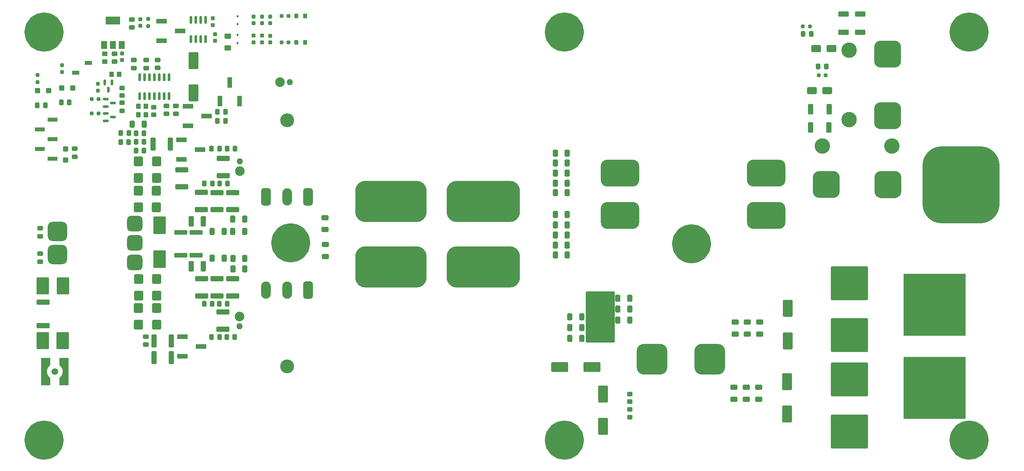
<source format=gts>
%TF.GenerationSoftware,KiCad,Pcbnew,8.0.4*%
%TF.CreationDate,2024-09-14T13:16:13+09:30*%
%TF.ProjectId,Forte_PA_Deck,466f7274-655f-4504-915f-4465636b2e6b,1.0*%
%TF.SameCoordinates,Original*%
%TF.FileFunction,Soldermask,Top*%
%TF.FilePolarity,Negative*%
%FSLAX46Y46*%
G04 Gerber Fmt 4.6, Leading zero omitted, Abs format (unit mm)*
G04 Created by KiCad (PCBNEW 8.0.4) date 2024-09-14 13:16:13*
%MOMM*%
%LPD*%
G01*
G04 APERTURE LIST*
G04 Aperture macros list*
%AMRoundRect*
0 Rectangle with rounded corners*
0 $1 Rounding radius*
0 $2 $3 $4 $5 $6 $7 $8 $9 X,Y pos of 4 corners*
0 Add a 4 corners polygon primitive as box body*
4,1,4,$2,$3,$4,$5,$6,$7,$8,$9,$2,$3,0*
0 Add four circle primitives for the rounded corners*
1,1,$1+$1,$2,$3*
1,1,$1+$1,$4,$5*
1,1,$1+$1,$6,$7*
1,1,$1+$1,$8,$9*
0 Add four rect primitives between the rounded corners*
20,1,$1+$1,$2,$3,$4,$5,0*
20,1,$1+$1,$4,$5,$6,$7,0*
20,1,$1+$1,$6,$7,$8,$9,0*
20,1,$1+$1,$8,$9,$2,$3,0*%
%AMFreePoly0*
4,1,25,-1.500000,1.420000,-1.360000,1.280000,-1.205000,1.155000,-1.035000,1.045000,-0.860000,0.950000,-0.675000,0.875000,-0.480000,0.820000,-0.280000,0.780000,-0.085000,0.765000,0.085000,0.765000,0.280000,0.780000,0.480000,0.820000,0.675000,0.875000,0.860000,0.950000,1.035000,1.045000,1.205000,1.155000,1.360000,1.280000,1.500000,1.420000,1.645000,1.595000,3.555000,1.595000,
3.555000,-0.755000,-3.555000,-0.755000,-3.555000,1.595000,-1.645000,1.595000,-1.500000,1.420000,-1.500000,1.420000,$1*%
G04 Aperture macros list end*
%ADD10C,5.100000*%
%ADD11C,0.500000*%
%ADD12C,5.075000*%
%ADD13C,0.120000*%
%ADD14RoundRect,0.250000X0.900000X-1.000000X0.900000X1.000000X-0.900000X1.000000X-0.900000X-1.000000X0*%
%ADD15RoundRect,0.250000X-0.337500X-0.475000X0.337500X-0.475000X0.337500X0.475000X-0.337500X0.475000X0*%
%ADD16RoundRect,0.112500X-0.112500X0.187500X-0.112500X-0.187500X0.112500X-0.187500X0.112500X0.187500X0*%
%ADD17RoundRect,0.250000X0.337500X0.475000X-0.337500X0.475000X-0.337500X-0.475000X0.337500X-0.475000X0*%
%ADD18RoundRect,0.250000X-0.650000X0.412500X-0.650000X-0.412500X0.650000X-0.412500X0.650000X0.412500X0*%
%ADD19C,4.000000*%
%ADD20R,2.510000X1.000000*%
%ADD21R,2.790000X1.190000*%
%ADD22RoundRect,0.237500X-0.237500X0.300000X-0.237500X-0.300000X0.237500X-0.300000X0.237500X0.300000X0*%
%ADD23RoundRect,1.750000X-1.750000X-1.750000X1.750000X-1.750000X1.750000X1.750000X-1.750000X1.750000X0*%
%ADD24RoundRect,0.250000X-0.450000X0.350000X-0.450000X-0.350000X0.450000X-0.350000X0.450000X0.350000X0*%
%ADD25RoundRect,0.249999X0.450001X1.075001X-0.450001X1.075001X-0.450001X-1.075001X0.450001X-1.075001X0*%
%ADD26RoundRect,0.249999X1.425001X-0.450001X1.425001X0.450001X-1.425001X0.450001X-1.425001X-0.450001X0*%
%ADD27RoundRect,0.250000X1.950000X1.000000X-1.950000X1.000000X-1.950000X-1.000000X1.950000X-1.000000X0*%
%ADD28RoundRect,0.237500X-0.250000X-0.237500X0.250000X-0.237500X0.250000X0.237500X-0.250000X0.237500X0*%
%ADD29RoundRect,0.250000X-1.000000X1.950000X-1.000000X-1.950000X1.000000X-1.950000X1.000000X1.950000X0*%
%ADD30RoundRect,0.250000X-0.475000X0.337500X-0.475000X-0.337500X0.475000X-0.337500X0.475000X0.337500X0*%
%ADD31RoundRect,0.250000X0.400000X0.450000X-0.400000X0.450000X-0.400000X-0.450000X0.400000X-0.450000X0*%
%ADD32RoundRect,0.250000X-0.412500X-0.650000X0.412500X-0.650000X0.412500X0.650000X-0.412500X0.650000X0*%
%ADD33RoundRect,0.250000X-1.450000X0.400000X-1.450000X-0.400000X1.450000X-0.400000X1.450000X0.400000X0*%
%ADD34RoundRect,0.150000X0.150000X-0.825000X0.150000X0.825000X-0.150000X0.825000X-0.150000X-0.825000X0*%
%ADD35R,1.190000X2.790000*%
%ADD36RoundRect,0.250000X0.625000X-0.400000X0.625000X0.400000X-0.625000X0.400000X-0.625000X-0.400000X0*%
%ADD37RoundRect,0.250000X-1.000000X-0.650000X1.000000X-0.650000X1.000000X0.650000X-1.000000X0.650000X0*%
%ADD38C,2.500000*%
%ADD39O,1.600000X1.600000*%
%ADD40RoundRect,0.250000X-1.350000X-1.975000X1.350000X-1.975000X1.350000X1.975000X-1.350000X1.975000X0*%
%ADD41RoundRect,0.250000X1.450000X-0.400000X1.450000X0.400000X-1.450000X0.400000X-1.450000X-0.400000X0*%
%ADD42R,1.500000X2.000000*%
%ADD43R,3.800000X2.000000*%
%ADD44RoundRect,0.250000X1.400000X2.000000X-1.400000X2.000000X-1.400000X-2.000000X1.400000X-2.000000X0*%
%ADD45RoundRect,0.150000X-0.150000X0.587500X-0.150000X-0.587500X0.150000X-0.587500X0.150000X0.587500X0*%
%ADD46O,3.600000X3.600000*%
%ADD47RoundRect,0.625000X0.625000X1.625000X-0.625000X1.625000X-0.625000X-1.625000X0.625000X-1.625000X0*%
%ADD48O,2.500000X4.500000*%
%ADD49RoundRect,0.250000X-0.400000X-1.450000X0.400000X-1.450000X0.400000X1.450000X-0.400000X1.450000X0*%
%ADD50RoundRect,0.250000X-0.350000X-0.450000X0.350000X-0.450000X0.350000X0.450000X-0.350000X0.450000X0*%
%ADD51RoundRect,0.237500X0.237500X-0.300000X0.237500X0.300000X-0.237500X0.300000X-0.237500X-0.300000X0*%
%ADD52RoundRect,0.250000X0.650000X-0.412500X0.650000X0.412500X-0.650000X0.412500X-0.650000X-0.412500X0*%
%ADD53RoundRect,2.687500X-6.562500X2.687500X-6.562500X-2.687500X6.562500X-2.687500X6.562500X2.687500X0*%
%ADD54RoundRect,2.687500X-6.812500X2.687500X-6.812500X-2.687500X6.812500X-2.687500X6.812500X2.687500X0*%
%ADD55RoundRect,2.687500X6.562500X-2.687500X6.562500X2.687500X-6.562500X2.687500X-6.562500X-2.687500X0*%
%ADD56RoundRect,2.687500X6.812500X-2.687500X6.812500X2.687500X-6.812500X2.687500X-6.812500X-2.687500X0*%
%ADD57RoundRect,0.250000X0.412500X0.650000X-0.412500X0.650000X-0.412500X-0.650000X0.412500X-0.650000X0*%
%ADD58RoundRect,1.250000X-1.250000X-1.250000X1.250000X-1.250000X1.250000X1.250000X-1.250000X1.250000X0*%
%ADD59RoundRect,1.000000X-1.000000X-1.000000X1.000000X-1.000000X1.000000X1.000000X-1.000000X1.000000X0*%
%ADD60RoundRect,0.250000X-0.900000X1.000000X-0.900000X-1.000000X0.900000X-1.000000X0.900000X1.000000X0*%
%ADD61C,1.730000*%
%ADD62FreePoly0,270.000000*%
%ADD63FreePoly0,90.000000*%
%ADD64RoundRect,0.237500X0.250000X0.237500X-0.250000X0.237500X-0.250000X-0.237500X0.250000X-0.237500X0*%
%ADD65RoundRect,0.250000X1.000000X0.650000X-1.000000X0.650000X-1.000000X-0.650000X1.000000X-0.650000X0*%
%ADD66RoundRect,0.150000X-0.587500X-0.150000X0.587500X-0.150000X0.587500X0.150000X-0.587500X0.150000X0*%
%ADD67RoundRect,0.249999X-1.075001X0.450001X-1.075001X-0.450001X1.075001X-0.450001X1.075001X0.450001X0*%
%ADD68RoundRect,0.249999X4.550001X-4.150001X4.550001X4.150001X-4.550001X4.150001X-4.550001X-4.150001X0*%
%ADD69RoundRect,0.250000X0.475000X-0.337500X0.475000X0.337500X-0.475000X0.337500X-0.475000X-0.337500X0*%
%ADD70RoundRect,1.750000X-1.750000X1.750000X-1.750000X-1.750000X1.750000X-1.750000X1.750000X1.750000X0*%
%ADD71RoundRect,0.250000X0.275000X0.350000X-0.275000X0.350000X-0.275000X-0.350000X0.275000X-0.350000X0*%
%ADD72RoundRect,0.250000X-0.412500X-1.100000X0.412500X-1.100000X0.412500X1.100000X-0.412500X1.100000X0*%
%ADD73RoundRect,0.237500X-0.237500X0.250000X-0.237500X-0.250000X0.237500X-0.250000X0.237500X0.250000X0*%
%ADD74RoundRect,0.250000X1.000000X-1.950000X1.000000X1.950000X-1.000000X1.950000X-1.000000X-1.950000X0*%
%ADD75RoundRect,0.250000X0.400000X1.450000X-0.400000X1.450000X-0.400000X-1.450000X0.400000X-1.450000X0*%
%ADD76RoundRect,2.000000X2.000000X2.000000X-2.000000X2.000000X-2.000000X-2.000000X2.000000X-2.000000X0*%
%ADD77R,1.900000X1.000000*%
%ADD78RoundRect,0.250000X-1.425000X0.362500X-1.425000X-0.362500X1.425000X-0.362500X1.425000X0.362500X0*%
%ADD79RoundRect,0.250000X0.450000X-0.400000X0.450000X0.400000X-0.450000X0.400000X-0.450000X-0.400000X0*%
%ADD80RoundRect,0.625000X-0.625000X-1.625000X0.625000X-1.625000X0.625000X1.625000X-0.625000X1.625000X0*%
%ADD81RoundRect,0.250000X0.450000X-0.350000X0.450000X0.350000X-0.450000X0.350000X-0.450000X-0.350000X0*%
%ADD82RoundRect,1.500000X-1.500000X-2.000000X1.500000X-2.000000X1.500000X2.000000X-1.500000X2.000000X0*%
%ADD83RoundRect,5.000000X-5.000000X-5.000000X5.000000X-5.000000X5.000000X5.000000X-5.000000X5.000000X0*%
%ADD84RoundRect,0.112500X0.112500X-0.187500X0.112500X0.187500X-0.112500X0.187500X-0.112500X-0.187500X0*%
%ADD85RoundRect,0.250000X0.450000X-0.325000X0.450000X0.325000X-0.450000X0.325000X-0.450000X-0.325000X0*%
%ADD86RoundRect,0.249999X-4.550001X4.150001X-4.550001X-4.150001X4.550001X-4.150001X4.550001X4.150001X0*%
%ADD87RoundRect,1.750000X-3.250000X1.750000X-3.250000X-1.750000X3.250000X-1.750000X3.250000X1.750000X0*%
G04 APERTURE END LIST*
D10*
X33550000Y-147000000D02*
G75*
G02*
X28450000Y-147000000I-2550000J0D01*
G01*
X28450000Y-147000000D02*
G75*
G02*
X33550000Y-147000000I2550000J0D01*
G01*
X168550000Y-147000000D02*
G75*
G02*
X163450000Y-147000000I-2550000J0D01*
G01*
X163450000Y-147000000D02*
G75*
G02*
X168550000Y-147000000I2550000J0D01*
G01*
X273550000Y-41000000D02*
G75*
G02*
X268450000Y-41000000I-2550000J0D01*
G01*
X268450000Y-41000000D02*
G75*
G02*
X273550000Y-41000000I2550000J0D01*
G01*
X273550000Y-147000000D02*
G75*
G02*
X268450000Y-147000000I-2550000J0D01*
G01*
X268450000Y-147000000D02*
G75*
G02*
X273550000Y-147000000I2550000J0D01*
G01*
X33550000Y-41000000D02*
G75*
G02*
X28450000Y-41000000I-2550000J0D01*
G01*
X28450000Y-41000000D02*
G75*
G02*
X33550000Y-41000000I2550000J0D01*
G01*
X168550000Y-41000000D02*
G75*
G02*
X163450000Y-41000000I-2550000J0D01*
G01*
X163450000Y-41000000D02*
G75*
G02*
X168550000Y-41000000I2550000J0D01*
G01*
D11*
X171800000Y-108625000D02*
X178800000Y-108625000D01*
X178800000Y-121375000D01*
X171800000Y-121375000D01*
X171800000Y-108625000D01*
G36*
X171800000Y-108625000D02*
G01*
X178800000Y-108625000D01*
X178800000Y-121375000D01*
X171800000Y-121375000D01*
X171800000Y-108625000D01*
G37*
D12*
X97537500Y-95750000D02*
G75*
G02*
X92462500Y-95750000I-2537500J0D01*
G01*
X92462500Y-95750000D02*
G75*
G02*
X97537500Y-95750000I2537500J0D01*
G01*
X201537500Y-96000000D02*
G75*
G02*
X196462500Y-96000000I-2537500J0D01*
G01*
X196462500Y-96000000D02*
G75*
G02*
X201537500Y-96000000I2537500J0D01*
G01*
%TO.C,J3*%
D13*
X254000000Y-103800000D02*
X270000000Y-103800000D01*
X270000000Y-119800000D01*
X254000000Y-119800000D01*
X254000000Y-103800000D01*
G36*
X254000000Y-103800000D02*
G01*
X270000000Y-103800000D01*
X270000000Y-119800000D01*
X254000000Y-119800000D01*
X254000000Y-103800000D01*
G37*
%TO.C,J4*%
X254000000Y-125400000D02*
X270000000Y-125400000D01*
X270000000Y-141400000D01*
X254000000Y-141400000D01*
X254000000Y-125400000D01*
G36*
X254000000Y-125400000D02*
G01*
X270000000Y-125400000D01*
X270000000Y-141400000D01*
X254000000Y-141400000D01*
X254000000Y-125400000D01*
G37*
%TD*%
D14*
%TO.C,D7*%
X60150000Y-86500000D03*
X60150000Y-82200000D03*
%TD*%
D15*
%TO.C,R39*%
X78462500Y-71250000D03*
X80537500Y-71250000D03*
%TD*%
D16*
%TO.C,D16*%
X81229200Y-36872200D03*
X81229200Y-38972200D03*
%TD*%
D17*
%TO.C,C43*%
X230018500Y-41452800D03*
X227943500Y-41452800D03*
%TD*%
D18*
%TO.C,R6*%
X216450000Y-133287500D03*
X216450000Y-136412500D03*
%TD*%
D19*
%TO.C,J3*%
X256790000Y-106400000D03*
X256790000Y-117200000D03*
X262000000Y-106400000D03*
X262000000Y-117200000D03*
X267210000Y-106400000D03*
X267210000Y-117200000D03*
%TD*%
D20*
%TO.C,J5*%
X33200000Y-73870000D03*
X29890000Y-71330000D03*
X33200000Y-68790000D03*
X29890000Y-66250000D03*
X33200000Y-63710000D03*
%TD*%
D21*
%TO.C,RV5*%
X66870000Y-120160000D03*
X71700000Y-122700000D03*
X66870000Y-125240000D03*
%TD*%
D22*
%TO.C,C45*%
X75400000Y-41537500D03*
X75400000Y-43262500D03*
%TD*%
%TO.C,C51*%
X89662000Y-36959200D03*
X89662000Y-38684200D03*
%TD*%
D23*
%TO.C,L5*%
X249850000Y-62750000D03*
X249850000Y-46750000D03*
D19*
X239850000Y-45750000D03*
X239850000Y-63750000D03*
%TD*%
D24*
%TO.C,R34*%
X59475000Y-60500000D03*
X59475000Y-62500000D03*
%TD*%
D17*
%TO.C,C65*%
X52987500Y-67250000D03*
X50912500Y-67250000D03*
%TD*%
D25*
%TO.C,R21*%
X234650000Y-65750000D03*
X229850000Y-65750000D03*
%TD*%
D26*
%TO.C,R2*%
X30750000Y-117250000D03*
X30750000Y-111150000D03*
%TD*%
D27*
%TO.C,C10*%
X173150000Y-128000000D03*
X164750000Y-128000000D03*
%TD*%
D28*
%TO.C,R25*%
X92612200Y-36856500D03*
X94437200Y-36856500D03*
%TD*%
D29*
%TO.C,C53*%
X69800000Y-48400000D03*
X69800000Y-56800000D03*
%TD*%
D30*
%TO.C,C39*%
X49250000Y-46612500D03*
X49250000Y-48687500D03*
%TD*%
D31*
%TO.C,D12*%
X32200000Y-56250000D03*
X29300000Y-56250000D03*
%TD*%
D32*
%TO.C,C28*%
X163635000Y-77620000D03*
X166760000Y-77620000D03*
%TD*%
D33*
%TO.C,R41*%
X77450000Y-73825000D03*
X77450000Y-78275000D03*
%TD*%
D34*
%TO.C,U3*%
X55800000Y-57650000D03*
X57070000Y-57650000D03*
X58340000Y-57650000D03*
X59610000Y-57650000D03*
X60880000Y-57650000D03*
X62150000Y-57650000D03*
X63420000Y-57650000D03*
X63420000Y-52700000D03*
X62150000Y-52700000D03*
X60880000Y-52700000D03*
X59610000Y-52700000D03*
X58340000Y-52700000D03*
X57070000Y-52700000D03*
X55800000Y-52700000D03*
%TD*%
D15*
%TO.C,C61*%
X75962500Y-61750000D03*
X78037500Y-61750000D03*
%TD*%
D33*
%TO.C,R43*%
X75900000Y-82675000D03*
X75900000Y-87125000D03*
%TD*%
D32*
%TO.C,C20*%
X179882500Y-110100000D03*
X183007500Y-110100000D03*
%TD*%
D17*
%TO.C,C64*%
X52950000Y-69575000D03*
X50875000Y-69575000D03*
%TD*%
D31*
%TO.C,D13*%
X38450000Y-55500000D03*
X35550000Y-55500000D03*
%TD*%
D19*
%TO.C,J4*%
X256790000Y-128000000D03*
X256790000Y-138800000D03*
X262000000Y-128000000D03*
X262000000Y-138800000D03*
X267210000Y-128000000D03*
X267210000Y-138800000D03*
%TD*%
D35*
%TO.C,RV3*%
X76660000Y-58915000D03*
X79200000Y-54085000D03*
X81740000Y-58915000D03*
%TD*%
D36*
%TO.C,R20*%
X78700000Y-45150000D03*
X78700000Y-42050000D03*
%TD*%
D21*
%TO.C,RV4*%
X66650000Y-69020000D03*
X71480000Y-71560000D03*
X66650000Y-74100000D03*
%TD*%
D37*
%TO.C,D14*%
X231325000Y-45300000D03*
X235325000Y-45300000D03*
%TD*%
D38*
%TO.C,TH1*%
X92210000Y-54000000D03*
D39*
X94750000Y-54000000D03*
%TD*%
D40*
%TO.C,R3*%
X30674000Y-106934000D03*
X35874000Y-106934000D03*
%TD*%
D32*
%TO.C,C29*%
X163637500Y-82750000D03*
X166762500Y-82750000D03*
%TD*%
D41*
%TO.C,R47*%
X75900000Y-109525000D03*
X75900000Y-105075000D03*
%TD*%
D42*
%TO.C,U1*%
X46550000Y-44325000D03*
X48850000Y-44325000D03*
D43*
X48850000Y-38025000D03*
D42*
X51150000Y-44325000D03*
%TD*%
D34*
%TO.C,U2*%
X69140000Y-42825000D03*
X70410000Y-42825000D03*
X71680000Y-42825000D03*
X72950000Y-42825000D03*
X72950000Y-37875000D03*
X71680000Y-37875000D03*
X70410000Y-37875000D03*
X69140000Y-37875000D03*
%TD*%
D21*
%TO.C,RV2*%
X68335000Y-60300000D03*
X73165000Y-62840000D03*
X68335000Y-65380000D03*
%TD*%
D32*
%TO.C,R10*%
X79987500Y-99800000D03*
X83112500Y-99800000D03*
%TD*%
D38*
%TO.C,TH3*%
X81750000Y-114900000D03*
D39*
X81750000Y-117440000D03*
%TD*%
D14*
%TO.C,D8*%
X60200000Y-109450000D03*
X60200000Y-105150000D03*
%TD*%
D32*
%TO.C,C30*%
X163637500Y-80250000D03*
X166762500Y-80250000D03*
%TD*%
D44*
%TO.C,D5*%
X61000000Y-100000000D03*
X61000000Y-91200000D03*
%TD*%
D45*
%TO.C,Q5*%
X48650000Y-54100000D03*
X46750000Y-54100000D03*
X47700000Y-55975000D03*
%TD*%
D32*
%TO.C,C26*%
X163637500Y-72500000D03*
X166762500Y-72500000D03*
%TD*%
D14*
%TO.C,D1*%
X55500000Y-78900000D03*
X55500000Y-74600000D03*
%TD*%
D46*
%TO.C,Q2*%
X94050000Y-127860000D03*
D47*
X99500000Y-108000000D03*
D48*
X94050000Y-108000000D03*
X88600000Y-108000000D03*
%TD*%
D49*
%TO.C,R35*%
X59290000Y-70060000D03*
X63740000Y-70060000D03*
%TD*%
D32*
%TO.C,C60*%
X53834900Y-64897000D03*
X56959900Y-64897000D03*
%TD*%
D50*
%TO.C,R31*%
X48500000Y-52000000D03*
X50500000Y-52000000D03*
%TD*%
D15*
%TO.C,C72*%
X76512500Y-80375000D03*
X78587500Y-80375000D03*
%TD*%
D32*
%TO.C,R9*%
X79987500Y-102550000D03*
X83112500Y-102550000D03*
%TD*%
D30*
%TO.C,C2*%
X30000000Y-91962500D03*
X30000000Y-94037500D03*
%TD*%
D29*
%TO.C,C8*%
X176000000Y-135000000D03*
X176000000Y-143400000D03*
%TD*%
D51*
%TO.C,C48*%
X85369400Y-43662600D03*
X85369400Y-41937600D03*
%TD*%
D41*
%TO.C,R42*%
X77400000Y-118175000D03*
X77400000Y-113725000D03*
%TD*%
D15*
%TO.C,C69*%
X78400000Y-120200000D03*
X80475000Y-120200000D03*
%TD*%
D52*
%TO.C,C23*%
X210300000Y-119462500D03*
X210300000Y-116337500D03*
%TD*%
D51*
%TO.C,C50*%
X87558400Y-43662600D03*
X87558400Y-41937600D03*
%TD*%
D53*
%TO.C,T1*%
X121000000Y-85000000D03*
D54*
X145000000Y-85000000D03*
D55*
X121000000Y-102000000D03*
D56*
X145000000Y-102000000D03*
%TD*%
D57*
%TO.C,C18*%
X170562500Y-115000000D03*
X167437500Y-115000000D03*
%TD*%
D58*
%TO.C,L1*%
X34500000Y-98787500D03*
D59*
X54500000Y-95787500D03*
D58*
X34500000Y-92787500D03*
D59*
X54500000Y-90787500D03*
X54500000Y-100787500D03*
%TD*%
D60*
%TO.C,D2*%
X55500000Y-82200000D03*
X55500000Y-86500000D03*
%TD*%
D51*
%TO.C,C52*%
X89636600Y-43686900D03*
X89636600Y-41961900D03*
%TD*%
D32*
%TO.C,R7*%
X79937500Y-89550000D03*
X83062500Y-89550000D03*
%TD*%
D41*
%TO.C,R48*%
X79900000Y-109525000D03*
X79900000Y-105075000D03*
%TD*%
D61*
%TO.C,J1*%
X33775000Y-129175000D03*
D62*
X30975000Y-129175000D03*
D63*
X36575000Y-129175000D03*
%TD*%
D22*
%TO.C,C49*%
X87528400Y-36959200D03*
X87528400Y-38684200D03*
%TD*%
D60*
%TO.C,D9*%
X60200000Y-112700000D03*
X60200000Y-117000000D03*
%TD*%
D33*
%TO.C,R45*%
X79950000Y-82700000D03*
X79950000Y-87150000D03*
%TD*%
D32*
%TO.C,C31*%
X163637500Y-98900000D03*
X166762500Y-98900000D03*
%TD*%
D24*
%TO.C,R13*%
X183000000Y-135000000D03*
X183000000Y-137000000D03*
%TD*%
D64*
%TO.C,R19*%
X229715700Y-39547800D03*
X227890700Y-39547800D03*
%TD*%
D57*
%TO.C,C14*%
X170562500Y-120550000D03*
X167437500Y-120550000D03*
%TD*%
D15*
%TO.C,C63*%
X54837500Y-69500000D03*
X56912500Y-69500000D03*
%TD*%
D29*
%TO.C,C15*%
X223750000Y-131800000D03*
X223750000Y-140200000D03*
%TD*%
D65*
%TO.C,D15*%
X234225000Y-56250000D03*
X230225000Y-56250000D03*
%TD*%
D22*
%TO.C,C40*%
X51250000Y-46537500D03*
X51250000Y-48262500D03*
%TD*%
D66*
%TO.C,Q3*%
X47025000Y-58450000D03*
X47025000Y-60350000D03*
X48900000Y-59400000D03*
%TD*%
D64*
%TO.C,R24*%
X233812500Y-52200000D03*
X231987500Y-52200000D03*
%TD*%
D18*
%TO.C,C25*%
X209950000Y-133237500D03*
X209950000Y-136362500D03*
%TD*%
D67*
%TO.C,R18*%
X238475000Y-36275000D03*
X238475000Y-41075000D03*
%TD*%
D15*
%TO.C,C37*%
X29237500Y-60000000D03*
X31312500Y-60000000D03*
%TD*%
D32*
%TO.C,C22*%
X179875000Y-112900000D03*
X183000000Y-112900000D03*
%TD*%
D68*
%TO.C,C7*%
X240000000Y-119750000D03*
X240000000Y-106250000D03*
%TD*%
D21*
%TO.C,RV1*%
X61495000Y-38160000D03*
X66325000Y-40700000D03*
X61495000Y-43240000D03*
%TD*%
D40*
%TO.C,R1*%
X30650000Y-121158000D03*
X35850000Y-121158000D03*
%TD*%
D52*
%TO.C,C21*%
X213500000Y-119467500D03*
X213500000Y-116342500D03*
%TD*%
D24*
%TO.C,R30*%
X51250000Y-55500000D03*
X51250000Y-57500000D03*
%TD*%
D69*
%TO.C,C54*%
X54250000Y-50350000D03*
X54250000Y-48275000D03*
%TD*%
D67*
%TO.C,R17*%
X242750000Y-36275000D03*
X242750000Y-41075000D03*
%TD*%
D30*
%TO.C,C58*%
X62750000Y-60162500D03*
X62750000Y-62237500D03*
%TD*%
D17*
%TO.C,R40*%
X76537500Y-120200000D03*
X74462500Y-120200000D03*
%TD*%
D70*
%TO.C,L6*%
X233950000Y-80600000D03*
X249950000Y-80600000D03*
D19*
X250950000Y-70600000D03*
X232950000Y-70600000D03*
%TD*%
D71*
%TO.C,L8*%
X98736800Y-43689100D03*
X96436800Y-43689100D03*
%TD*%
D14*
%TO.C,D4*%
X55500000Y-117000000D03*
X55500000Y-112700000D03*
%TD*%
D17*
%TO.C,C68*%
X76537500Y-71250000D03*
X74462500Y-71250000D03*
%TD*%
D52*
%TO.C,C12*%
X104000000Y-99312500D03*
X104000000Y-96187500D03*
%TD*%
D50*
%TO.C,R33*%
X55450000Y-62500000D03*
X57450000Y-62500000D03*
%TD*%
D72*
%TO.C,C4*%
X69187500Y-101850000D03*
X72312500Y-101850000D03*
%TD*%
D17*
%TO.C,C44*%
X233937500Y-49950000D03*
X231862500Y-49950000D03*
%TD*%
D73*
%TO.C,R29*%
X45000000Y-54387500D03*
X45000000Y-56212500D03*
%TD*%
D74*
%TO.C,C13*%
X224000000Y-121200000D03*
X224000000Y-112800000D03*
%TD*%
D75*
%TO.C,R38*%
X64010000Y-125550000D03*
X59560000Y-125550000D03*
%TD*%
D30*
%TO.C,C66*%
X57435000Y-120112500D03*
X57435000Y-122187500D03*
%TD*%
D25*
%TO.C,R22*%
X234725000Y-61000000D03*
X229925000Y-61000000D03*
%TD*%
D32*
%TO.C,C35*%
X163637500Y-96350000D03*
X166762500Y-96350000D03*
%TD*%
D72*
%TO.C,C3*%
X69187500Y-90150000D03*
X72312500Y-90150000D03*
%TD*%
D76*
%TO.C,L2*%
X203750000Y-126000000D03*
X188750000Y-126000000D03*
%TD*%
D60*
%TO.C,D3*%
X55550000Y-105150000D03*
X55550000Y-109450000D03*
%TD*%
D73*
%TO.C,R23*%
X58000000Y-37587500D03*
X58000000Y-39412500D03*
%TD*%
D52*
%TO.C,C19*%
X216700000Y-119462500D03*
X216700000Y-116337500D03*
%TD*%
D77*
%TO.C,J2*%
X42500000Y-49000000D03*
X39200000Y-51540000D03*
%TD*%
D69*
%TO.C,C56*%
X60500000Y-50287500D03*
X60500000Y-48212500D03*
%TD*%
D78*
%TO.C,R5*%
X66500000Y-93037500D03*
X66500000Y-98962500D03*
%TD*%
D60*
%TO.C,D6*%
X60200000Y-74600000D03*
X60200000Y-78900000D03*
%TD*%
D30*
%TO.C,C57*%
X65250000Y-60162500D03*
X65250000Y-62237500D03*
%TD*%
D32*
%TO.C,C32*%
X163637500Y-88400000D03*
X166762500Y-88400000D03*
%TD*%
D18*
%TO.C,C17*%
X213200000Y-133232500D03*
X213200000Y-136357500D03*
%TD*%
D50*
%TO.C,R32*%
X55450000Y-60250000D03*
X57450000Y-60250000D03*
%TD*%
D79*
%TO.C,D11*%
X36575000Y-74250000D03*
X36575000Y-71350000D03*
%TD*%
D78*
%TO.C,R4*%
X70500000Y-93037500D03*
X70500000Y-98962500D03*
%TD*%
D66*
%TO.C,Q4*%
X47025000Y-62150000D03*
X47025000Y-64050000D03*
X48900000Y-63100000D03*
%TD*%
D46*
%TO.C,Q1*%
X94050000Y-63940000D03*
D80*
X88600000Y-83800000D03*
D48*
X94050000Y-83800000D03*
D80*
X99500000Y-83800000D03*
%TD*%
D33*
%TO.C,R44*%
X71850000Y-82650000D03*
X71850000Y-87100000D03*
%TD*%
D32*
%TO.C,C34*%
X163637500Y-93750000D03*
X166762500Y-93750000D03*
%TD*%
D28*
%TO.C,R27*%
X43337500Y-58450000D03*
X45162500Y-58450000D03*
%TD*%
D41*
%TO.C,R46*%
X71900000Y-109525000D03*
X71900000Y-105075000D03*
%TD*%
D38*
%TO.C,TH2*%
X81800000Y-77100000D03*
D39*
X81800000Y-74560000D03*
%TD*%
D69*
%TO.C,C1*%
X30000000Y-100637500D03*
X30000000Y-98562500D03*
%TD*%
D15*
%TO.C,C73*%
X76462500Y-111600000D03*
X78537500Y-111600000D03*
%TD*%
D81*
%TO.C,R16*%
X46750000Y-48650000D03*
X46750000Y-46650000D03*
%TD*%
D82*
%TO.C,J6*%
X249950000Y-80650000D03*
D83*
X268950000Y-80650000D03*
%TD*%
D15*
%TO.C,C38*%
X35462500Y-59250000D03*
X37537500Y-59250000D03*
%TD*%
D73*
%TO.C,R14*%
X29325000Y-52175000D03*
X29325000Y-54000000D03*
%TD*%
D32*
%TO.C,R8*%
X79950000Y-92800000D03*
X83075000Y-92800000D03*
%TD*%
D57*
%TO.C,C5*%
X77762500Y-92800000D03*
X74637500Y-92800000D03*
%TD*%
D32*
%TO.C,C24*%
X179882500Y-115800000D03*
X183007500Y-115800000D03*
%TD*%
D17*
%TO.C,C70*%
X74687500Y-80375000D03*
X72612500Y-80375000D03*
%TD*%
D28*
%TO.C,R28*%
X43337500Y-62100000D03*
X45162500Y-62100000D03*
%TD*%
D52*
%TO.C,C11*%
X103900000Y-92312500D03*
X103900000Y-89187500D03*
%TD*%
D15*
%TO.C,C62*%
X54850000Y-67275000D03*
X56925000Y-67275000D03*
%TD*%
D32*
%TO.C,C33*%
X163637500Y-91100000D03*
X166762500Y-91100000D03*
%TD*%
D22*
%TO.C,C46*%
X74803000Y-37440700D03*
X74803000Y-39165700D03*
%TD*%
D30*
%TO.C,C41*%
X53750000Y-37712500D03*
X53750000Y-39787500D03*
%TD*%
D71*
%TO.C,L7*%
X98736800Y-36856500D03*
X96436800Y-36856500D03*
%TD*%
D22*
%TO.C,C42*%
X56000000Y-37637500D03*
X56000000Y-39362500D03*
%TD*%
D69*
%TO.C,C55*%
X57500000Y-50350000D03*
X57500000Y-48275000D03*
%TD*%
D32*
%TO.C,C27*%
X163635000Y-75000000D03*
X166760000Y-75000000D03*
%TD*%
D57*
%TO.C,C6*%
X77762500Y-99700000D03*
X74637500Y-99700000D03*
%TD*%
D84*
%TO.C,D17*%
X81229200Y-43823600D03*
X81229200Y-41723600D03*
%TD*%
D22*
%TO.C,C47*%
X85394800Y-36959200D03*
X85394800Y-38684200D03*
%TD*%
D17*
%TO.C,C67*%
X56937500Y-71750000D03*
X54862500Y-71750000D03*
%TD*%
D30*
%TO.C,C36*%
X38925000Y-71312500D03*
X38925000Y-73387500D03*
%TD*%
D33*
%TO.C,R36*%
X66750000Y-76775000D03*
X66750000Y-81225000D03*
%TD*%
D17*
%TO.C,C71*%
X74637500Y-111600000D03*
X72562500Y-111600000D03*
%TD*%
D73*
%TO.C,R15*%
X35687500Y-49587500D03*
X35687500Y-51412500D03*
%TD*%
D85*
%TO.C,D10*%
X183000000Y-141025000D03*
X183000000Y-138975000D03*
%TD*%
D57*
%TO.C,C16*%
X170562500Y-117800000D03*
X167437500Y-117800000D03*
%TD*%
D28*
%TO.C,R26*%
X92612200Y-43689100D03*
X94437200Y-43689100D03*
%TD*%
D85*
%TO.C,D18*%
X51250000Y-61425000D03*
X51250000Y-59375000D03*
%TD*%
D86*
%TO.C,C9*%
X240000000Y-131250000D03*
X240000000Y-144750000D03*
%TD*%
D87*
%TO.C,L4*%
X218400000Y-77650000D03*
X180400000Y-77650000D03*
X218400000Y-88650000D03*
X180400000Y-88650000D03*
%TD*%
D49*
%TO.C,R37*%
X59560000Y-121200000D03*
X64010000Y-121200000D03*
%TD*%
D15*
%TO.C,C59*%
X75962500Y-64050000D03*
X78037500Y-64050000D03*
%TD*%
M02*

</source>
